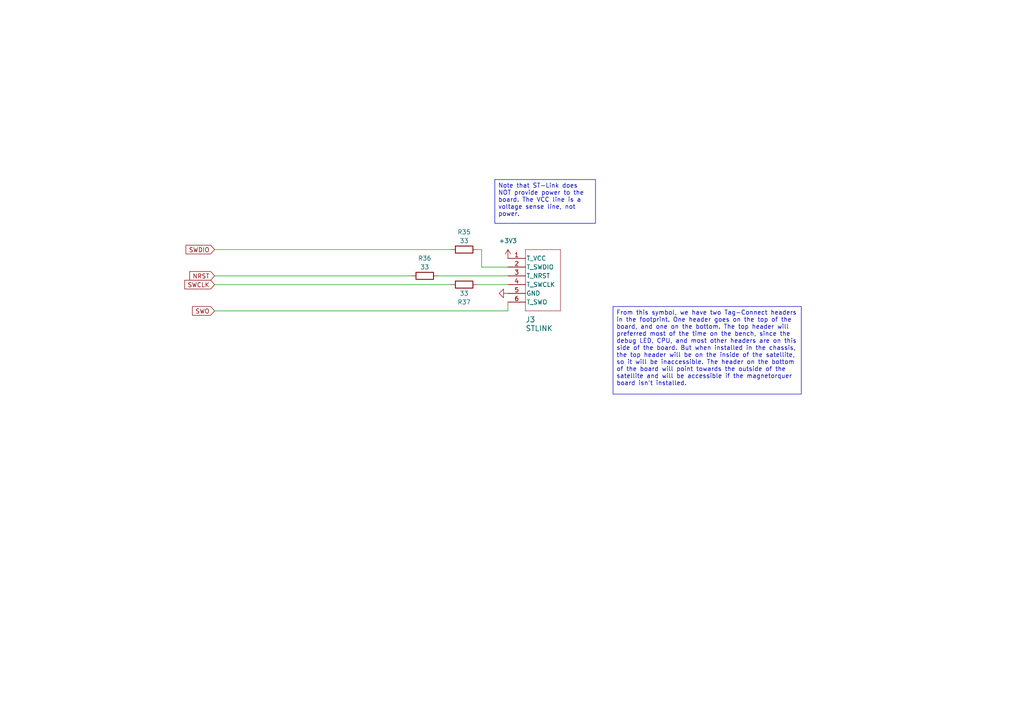
<source format=kicad_sch>
(kicad_sch (version 20231120) (generator "eeschema") (generator_version "8.0")
  (paper "A4")
  (lib_symbols
    (symbol "Device:R" (pin_numbers hide) (pin_names (offset 0))
      (property "Reference" "R" (at 2.032 0 90))
      (property "Value" "R" (at 0 0 90))
      (symbol "R_0_1"
        (rectangle (start -1.016 -2.54) (end 1.016 2.54) (stroke (width 0.254)))
      )
      (symbol "R_1_1"
        (pin passive line (at 0 3.81 270) (length 1.27) (name "~") (number "1"))
        (pin passive line (at 0 -3.81 90) (length 1.27) (name "~") (number "2"))
      )
    )
    (symbol "TVSC:STLINK_TagConnect_6" (pin_names (offset 0.254)) (in_bom no)
      (property "Reference" "J" (at 0 6.35 0))
      (property "Value" "STLINK_TagConnect_6" (at 0 -15.24 0))
      (symbol "STLINK_TagConnect_6_1_1"
        (polyline (pts (xy -5.08 -12.7) (xy 5.08 -12.7)) (stroke (width 0.127)))
        (polyline (pts (xy -5.08 5.08) (xy -5.08 -12.7)) (stroke (width 0.127)))
        (polyline (pts (xy 5.08 -12.7) (xy 5.08 5.08)) (stroke (width 0.127)))
        (polyline (pts (xy 5.08 5.08) (xy -5.08 5.08)) (stroke (width 0.127)))
        (pin power_in line (at -10.16 2.54 0) (length 5.08) (name "T_VCC") (number "1"))
        (pin bidirectional line (at -10.16 0 0) (length 5.08) (name "T_SWDIO") (number "2"))
        (pin open_collector line (at -10.16 -2.54 0) (length 5.08) (name "T_NRST") (number "3"))
        (pin output line (at -10.16 -5.08 0) (length 5.08) (name "T_SWCLK") (number "4"))
        (pin power_in line (at -10.16 -7.62 0) (length 5.08) (name "GND") (number "5"))
        (pin input line (at -10.16 -10.16 0) (length 5.08) (name "T_SWO") (number "6"))
      )
      (symbol "STLINK_TagConnect_6_1_2"
        (polyline (pts (xy 5.08 -20.32) (xy 12.7 -20.32)) (stroke (width 0.127)))
        (polyline (pts (xy 5.08 2.54) (xy 5.08 -20.32)) (stroke (width 0.127)))
        (polyline (pts (xy 7.62 -17.78) (xy 5.08 -17.78)) (stroke (width 0.127)))
        (polyline (pts (xy 7.62 -17.78) (xy 8.89 -18.6267)) (stroke (width 0.127)))
        (polyline (pts (xy 7.62 -17.78) (xy 8.89 -16.9333)) (stroke (width 0.127)))
        (polyline (pts (xy 7.62 -15.24) (xy 5.08 -15.24)) (stroke (width 0.127)))
        (polyline (pts (xy 7.62 -15.24) (xy 8.89 -16.0867)) (stroke (width 0.127)))
        (polyline (pts (xy 7.62 -15.24) (xy 8.89 -14.3933)) (stroke (width 0.127)))
        (polyline (pts (xy 7.62 -12.7) (xy 5.08 -12.7)) (stroke (width 0.127)))
        (polyline (pts (xy 7.62 -12.7) (xy 8.89 -13.5467)) (stroke (width 0.127)))
        (polyline (pts (xy 7.62 -12.7) (xy 8.89 -11.8533)) (stroke (width 0.127)))
        (polyline (pts (xy 7.62 -10.16) (xy 5.08 -10.16)) (stroke (width 0.127)))
        (polyline (pts (xy 7.62 -10.16) (xy 8.89 -11.0067)) (stroke (width 0.127)))
        (polyline (pts (xy 7.62 -10.16) (xy 8.89 -9.3133)) (stroke (width 0.127)))
        (polyline (pts (xy 7.62 -7.62) (xy 5.08 -7.62)) (stroke (width 0.127)))
        (polyline (pts (xy 7.62 -7.62) (xy 8.89 -8.4667)) (stroke (width 0.127)))
        (polyline (pts (xy 7.62 -7.62) (xy 8.89 -6.7733)) (stroke (width 0.127)))
        (polyline (pts (xy 7.62 -5.08) (xy 5.08 -5.08)) (stroke (width 0.127)))
        (polyline (pts (xy 7.62 -5.08) (xy 8.89 -5.9267)) (stroke (width 0.127)))
        (polyline (pts (xy 7.62 -5.08) (xy 8.89 -4.2333)) (stroke (width 0.127)))
        (polyline (pts (xy 7.62 -2.54) (xy 5.08 -2.54)) (stroke (width 0.127)))
        (polyline (pts (xy 7.62 -2.54) (xy 8.89 -3.3867)) (stroke (width 0.127)))
        (polyline (pts (xy 7.62 -2.54) (xy 8.89 -1.6933)) (stroke (width 0.127)))
        (polyline (pts (xy 7.62 0) (xy 5.08 0)) (stroke (width 0.127)))
        (polyline (pts (xy 7.62 0) (xy 8.89 -0.8467)) (stroke (width 0.127)))
        (polyline (pts (xy 7.62 0) (xy 8.89 0.8467)) (stroke (width 0.127)))
        (polyline (pts (xy 12.7 -20.32) (xy 12.7 2.54)) (stroke (width 0.127)))
        (polyline (pts (xy 12.7 2.54) (xy 5.08 2.54)) (stroke (width 0.127)))
        (pin unspecified line (at 0 0 0) (length 5.08) (name "1") (number "1"))
        (pin unspecified line (at 0 -2.54 0) (length 5.08) (name "2") (number "2"))
        (pin unspecified line (at 0 -5.08 0) (length 5.08) (name "3") (number "3"))
        (pin unspecified line (at 0 -7.62 0) (length 5.08) (name "4") (number "4"))
        (pin unspecified line (at 0 -10.16 0) (length 5.08) (name "5") (number "5"))
        (pin unspecified line (at 0 -12.7 0) (length 5.08) (name "6") (number "6"))
        (pin unspecified line (at 0 -15.24 0) (length 5.08) (name "7") (number "7"))
        (pin unspecified line (at 0 -17.78 0) (length 5.08) (name "8") (number "8"))
      )
    )
    (symbol "power:+3V3" (power) (pin_numbers hide) (pin_names (offset 0) hide)
      (property "Value" "+3V3" (at 0 3.556 0))
      (symbol "+3V3_0_1"
        (polyline (pts (xy -0.762 1.27) (xy 0 2.54)))
        (polyline (pts (xy 0 0) (xy 0 2.54)))
        (polyline (pts (xy 0 2.54) (xy 0.762 1.27)))
      )
      (symbol "+3V3_1_1"
        (pin power_in line (at 0 0 90) (length 0) (name "~") (number "1"))
      )
    )
    (symbol "power:GND" (power) (pin_numbers hide) (pin_names (offset 0) hide)
      (property "Value" "GND" (at 0 -3.81 0))
      (symbol "GND_0_1"
        (polyline (pts (xy 0 0) (xy 0 -1.27) (xy 1.27 -1.27) (xy 0 -2.54) (xy -1.27 -1.27) (xy 0 -1.27)))
      )
      (symbol "GND_1_1"
        (pin power_in line (at 0 0 270) (length 0) (name "~") (number "1"))
      )
    )
  )
  (wire (pts (xy 139.7 77.47) (xy 147.32 77.47)))
  (wire (pts (xy 62.23 90.17) (xy 147.32 90.17)))
  (wire (pts (xy 138.43 72.39) (xy 139.7 72.39)))
  (wire (pts (xy 62.23 72.39) (xy 130.81 72.39)))
  (wire (pts (xy 138.43 82.55) (xy 147.32 82.55)))
  (wire (pts (xy 62.23 80.01) (xy 119.38 80.01)))
  (wire (pts (xy 139.7 72.39) (xy 139.7 77.47)))
  (wire (pts (xy 62.23 82.55) (xy 130.81 82.55)))
  (wire (pts (xy 127 80.01) (xy 147.32 80.01)))
  (wire (pts (xy 147.32 90.17) (xy 147.32 87.63)))
  (text_box "Note that ST-Link does NOT provide power to the board. The VCC line is a voltage sense line, not power." (at 143.51 52.07 0) (size 29.21 12.7) (effects (font (size 1.27 1.27)) (justify left top)))
  (text_box "From this symbol, we have two Tag-Connect headers in the footprint. One header goes on the top of the board, and one on the bottom. The top header will preferred most of the time on the bench, since the debug LED, CPU, and most other headers are on this side of the board. But when installed in the chassis, the top header will be on the inside of the satellite, so it will be inaccessible. The header on the bottom of the board will point towards the outside of the satellite and will be accessible if the magnetorquer board isn't installed." (at 177.8 88.9 0) (size 54.61 25.4) (effects (font (size 1.27 1.27)) (justify left top)))
  (global_label "NRST" (shape input) (at 62.23 80.01 180) (property "Intersheetrefs" "${INTERSHEET_REFS}" (effects (hide yes))))
  (global_label "SWDIO" (shape input) (at 62.23 72.39 180) (property "Intersheetrefs" "${INTERSHEET_REFS}" (effects (hide yes))))
  (global_label "SWCLK" (shape input) (at 62.23 82.55 180) (property "Intersheetrefs" "${INTERSHEET_REFS}" (effects (hide yes))))
  (global_label "SWO" (shape input) (at 62.23 90.17 180) (property "Intersheetrefs" "${INTERSHEET_REFS}" (effects (hide yes))))
  (symbol (lib_id "Device:R") (at 134.62 82.55 90) (mirror x) (unit 1)
    (property "Reference" "R37" (at 134.62 87.63 90))
    (property "Value" "33" (at 134.62 85.09 90))
    (property "Footprint" "footprints:Nondescript_R_0402_1005Metric" (effects (hide yes)))
    (property "Active" "Y" (effects (hide yes)))
    (property "Basic or Extended Component" "Basic" (effects (hide yes)))
    (property "MPN" "C25105" (effects (hide yes)))
    (property "Manufacturer" "UNI-ROYAL(Uniroyal Elec)" (effects (hide yes)))
    (property "Manufacturer Part Number" "0402WGF330JTCE" (effects (hide yes)))
  )
  (symbol (lib_id "Device:R") (at 123.19 80.01 90) (mirror x) (unit 1)
    (property "Reference" "R36" (at 123.19 74.93 90))
    (property "Value" "33" (at 123.19 77.47 90))
    (property "Footprint" "footprints:Nondescript_R_0402_1005Metric" (effects (hide yes)))
    (property "Active" "Y" (effects (hide yes)))
    (property "Basic or Extended Component" "Basic" (effects (hide yes)))
    (property "MPN" "C25105" (effects (hide yes)))
    (property "Manufacturer" "UNI-ROYAL(Uniroyal Elec)" (effects (hide yes)))
    (property "Manufacturer Part Number" "0402WGF330JTCE" (effects (hide yes)))
  )
  (symbol (lib_id "TVSC:STLINK_TagConnect_6") (at 157.48 77.47 0) (unit 1) (in_bom no)
    (property "Reference" "J3" (at 152.4 92.71 0) (effects (font (size 1.524 1.524)) (justify left)))
    (property "Value" "STLINK" (at 152.4 95.25 0) (effects (font (size 1.524 1.524)) (justify left)))
    (property "Footprint" "footprints:Double-Sided_Tag-Connect_TC2030-IDC-NL_2x03_P1.27mm_Vertical" (effects (hide yes)))
    (property "Datasheet" "https://www.tag-connect.com/wp-content/uploads/bsk-pdf-manager/TC2030-CTX_1.pdf" (effects (hide yes)))
    (property "MPN" "NA" (effects (hide yes)))
    (property "Active" "Y" (effects (hide yes)))
  )
  (symbol (lib_id "power:GND") (at 147.32 85.09 270) (unit 1)
    (property "Reference" "#PWR028" (effects (hide yes)))
    (property "Value" "GND" (effects (hide yes)))
  )
  (symbol (lib_id "power:+3V3") (at 147.32 74.93 0) (unit 1)
    (property "Reference" "#PWR027" (effects (hide yes)))
    (property "Value" "+3V3" (at 147.32 69.85 0))
  )
  (symbol (lib_id "Device:R") (at 134.62 72.39 90) (unit 1)
    (property "Reference" "R35" (at 134.62 67.31 90))
    (property "Value" "33" (at 134.62 69.85 90))
    (property "Footprint" "footprints:Nondescript_R_0402_1005Metric" (effects (hide yes)))
    (property "Active" "Y" (effects (hide yes)))
    (property "Basic or Extended Component" "Basic" (effects (hide yes)))
    (property "MPN" "C25105" (effects (hide yes)))
    (property "Manufacturer" "UNI-ROYAL(Uniroyal Elec)" (effects (hide yes)))
    (property "Manufacturer Part Number" "0402WGF330JTCE" (effects (hide yes)))
  )
)
</source>
